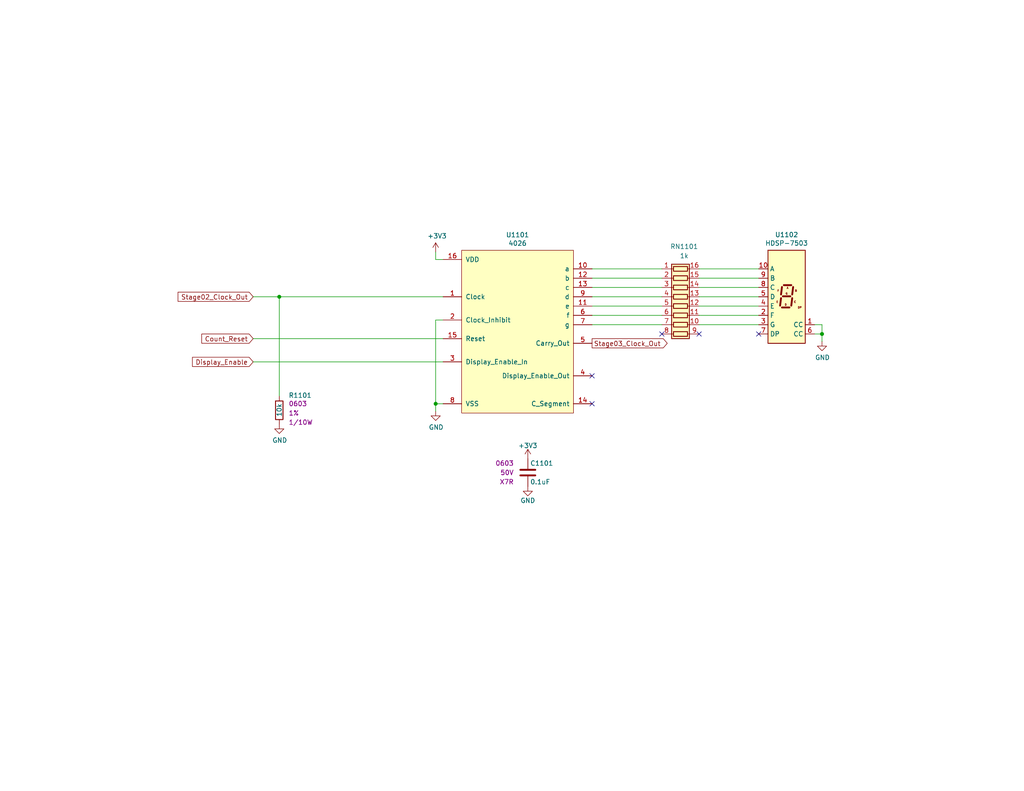
<source format=kicad_sch>
(kicad_sch (version 20230121) (generator eeschema)
  (paper "A")
  (title_block (title "Stopwatch") (date "2024-01-02") (rev "A") (company "Drew Maatman"))
  (lib_symbols
    (symbol "Custom_Library:4026" (pin_names (offset 1.016))
      (property "Reference" "U" (at 30.48 -43.18 0))
      (property "Value" "4026" (at 20.32 3.81 0))
      (symbol "4026_0_1"
        (rectangle (start 5.08 2.54) (end 35.56 -41.91) (fill (type background)))
      )
      (symbol "4026_1_1"
        (pin input line (at 0 -10.16 0) (length 5.08) (name "Clock") (number "1"))
        (pin output line (at 40.64 -2.54 180) (length 5.08) (name "a") (number "10"))
        (pin output line (at 40.64 -12.7 180) (length 5.08) (name "e") (number "11"))
        (pin output line (at 40.64 -5.08 180) (length 5.08) (name "b") (number "12"))
        (pin output line (at 40.64 -7.62 180) (length 5.08) (name "c") (number "13"))
        (pin output line (at 40.64 -39.37 180) (length 5.08) (name "C_Segment") (number "14"))
        (pin input line (at 0 -21.59 0) (length 5.08) (name "Reset") (number "15"))
        (pin power_in line (at 0 0 0) (length 5.08) (name "VDD") (number "16"))
        (pin input line (at 0 -16.51 0) (length 5.08) (name "Clock_Inhibit") (number "2"))
        (pin input line (at 0 -27.94 0) (length 5.08) (name "Display_Enable_In") (number "3"))
        (pin output line (at 40.64 -31.75 180) (length 5.08) (name "Display_Enable_Out") (number "4"))
        (pin output line (at 40.64 -22.86 180) (length 5.08) (name "Carry_Out") (number "5"))
        (pin output line (at 40.64 -15.24 180) (length 5.08) (name "f") (number "6"))
        (pin output line (at 40.64 -17.78 180) (length 5.08) (name "g") (number "7"))
        (pin power_in line (at 0 -39.37 0) (length 5.08) (name "VSS") (number "8"))
        (pin output line (at 40.64 -10.16 180) (length 5.08) (name "d") (number "9"))
      )
    )
    (symbol "Custom_Library:C_Custom" (pin_numbers hide) (pin_names (offset 0.254))
      (property "Reference" "C" (at 0.635 2.54 0))
      (property "Value" "C_Custom" (at 0.635 -2.54 0))
      (property "display_footprint" "Foot" (at -3.81 2.54 0))
      (property "Voltage" "V" (at -3.81 0 0))
      (property "Dielectric" "Er" (at -3.81 -2.54 0))
      (symbol "C_Custom_0_1"
        (polyline (pts (xy -2.032 -0.762) (xy 2.032 -0.762)) (stroke (width 0.508)))
        (polyline (pts (xy -2.032 0.762) (xy 2.032 0.762)) (stroke (width 0.508)))
      )
      (symbol "C_Custom_1_1"
        (pin passive line (at 0 3.81 270) (length 2.794) (name "~") (number "1"))
        (pin passive line (at 0 -3.81 90) (length 2.794) (name "~") (number "2"))
      )
    )
    (symbol "Custom_Library:R_Custom" (pin_numbers hide) (pin_names (offset 1.016) hide)
      (property "Reference" "R" (at -2.54 0 90))
      (property "Value" "R_Custom" (at 0 0 90))
      (property "display_footprint" "Foot" (at 2.54 0 90))
      (property "Tolerance" "Tol" (at 5.08 0 90))
      (property "Wattage" "W" (at 7.62 0 90))
      (symbol "R_Custom_0_1"
        (rectangle (start 1.016 2.54) (end -1.016 -2.54) (stroke (width 0.254)))
      )
      (symbol "R_Custom_1_1"
        (pin passive line (at 0 3.81 270) (length 1.27) (name "1") (number "1"))
        (pin passive line (at 0 -3.81 90) (length 1.27) (name "2") (number "2"))
      )
    )
    (symbol "Device:R_Pack08" (pin_names (offset 0) hide)
      (property "Reference" "RN" (at -12.7 0 90))
      (property "Value" "R_Pack08" (at 10.16 0 90))
      (symbol "R_Pack08_0_1"
        (rectangle (start -11.43 -2.413) (end 8.89 2.413) (stroke (width 0.254)) (fill (type background)))
        (rectangle (start -10.795 1.905) (end -9.525 -1.905) (stroke (width 0.254)))
        (rectangle (start -8.255 1.905) (end -6.985 -1.905) (stroke (width 0.254)))
        (rectangle (start -5.715 1.905) (end -4.445 -1.905) (stroke (width 0.254)))
        (rectangle (start -3.175 1.905) (end -1.905 -1.905) (stroke (width 0.254)))
        (rectangle (start -0.635 1.905) (end 0.635 -1.905) (stroke (width 0.254)))
        (polyline (pts (xy -10.16 -2.54) (xy -10.16 -1.905)))
        (polyline (pts (xy -10.16 1.905) (xy -10.16 2.54)))
        (polyline (pts (xy -7.62 -2.54) (xy -7.62 -1.905)))
        (polyline (pts (xy -7.62 1.905) (xy -7.62 2.54)))
        (polyline (pts (xy -5.08 -2.54) (xy -5.08 -1.905)))
        (polyline (pts (xy -5.08 1.905) (xy -5.08 2.54)))
        (polyline (pts (xy -2.54 -2.54) (xy -2.54 -1.905)))
        (polyline (pts (xy -2.54 1.905) (xy -2.54 2.54)))
        (polyline (pts (xy 0 -2.54) (xy 0 -1.905)))
        (polyline (pts (xy 0 1.905) (xy 0 2.54)))
        (polyline (pts (xy 2.54 -2.54) (xy 2.54 -1.905)))
        (polyline (pts (xy 2.54 1.905) (xy 2.54 2.54)))
        (polyline (pts (xy 5.08 -2.54) (xy 5.08 -1.905)))
        (polyline (pts (xy 5.08 1.905) (xy 5.08 2.54)))
        (polyline (pts (xy 7.62 -2.54) (xy 7.62 -1.905)))
        (polyline (pts (xy 7.62 1.905) (xy 7.62 2.54)))
        (rectangle (start 1.905 1.905) (end 3.175 -1.905) (stroke (width 0.254)))
        (rectangle (start 4.445 1.905) (end 5.715 -1.905) (stroke (width 0.254)))
        (rectangle (start 6.985 1.905) (end 8.255 -1.905) (stroke (width 0.254)))
      )
      (symbol "R_Pack08_1_1"
        (pin passive line (at -10.16 -5.08 90) (length 2.54) (name "R1.1") (number "1"))
        (pin passive line (at 5.08 5.08 270) (length 2.54) (name "R7.2") (number "10"))
        (pin passive line (at 2.54 5.08 270) (length 2.54) (name "R6.2") (number "11"))
        (pin passive line (at 0 5.08 270) (length 2.54) (name "R5.2") (number "12"))
        (pin passive line (at -2.54 5.08 270) (length 2.54) (name "R4.2") (number "13"))
        (pin passive line (at -5.08 5.08 270) (length 2.54) (name "R3.2") (number "14"))
        (pin passive line (at -7.62 5.08 270) (length 2.54) (name "R2.2") (number "15"))
        (pin passive line (at -10.16 5.08 270) (length 2.54) (name "R1.2") (number "16"))
        (pin passive line (at -7.62 -5.08 90) (length 2.54) (name "R2.1") (number "2"))
        (pin passive line (at -5.08 -5.08 90) (length 2.54) (name "R3.1") (number "3"))
        (pin passive line (at -2.54 -5.08 90) (length 2.54) (name "R4.1") (number "4"))
        (pin passive line (at 0 -5.08 90) (length 2.54) (name "R5.1") (number "5"))
        (pin passive line (at 2.54 -5.08 90) (length 2.54) (name "R6.1") (number "6"))
        (pin passive line (at 5.08 -5.08 90) (length 2.54) (name "R7.1") (number "7"))
        (pin passive line (at 7.62 -5.08 90) (length 2.54) (name "R8.1") (number "8"))
        (pin passive line (at 7.62 5.08 270) (length 2.54) (name "R8.2") (number "9"))
      )
    )
    (symbol "Display_Character:HDSP-7503"
      (property "Reference" "U" (at -3.81 13.97 0))
      (property "Value" "HDSP-7503" (at 6.35 13.97 0))
      (symbol "HDSP-7503_1_0"
        (text "A" (at 0.254 2.413 0) (effects (font (size 0.508 0.508))))
        (text "B" (at 2.54 1.651 0) (effects (font (size 0.508 0.508))))
        (text "C" (at 2.286 -1.397 0) (effects (font (size 0.508 0.508))))
        (text "D" (at -0.254 -2.159 0) (effects (font (size 0.508 0.508))))
        (text "DP" (at 3.556 -2.921 0) (effects (font (size 0.508 0.508))))
        (text "E" (at -2.54 -1.397 0) (effects (font (size 0.508 0.508))))
        (text "F" (at -2.286 1.651 0) (effects (font (size 0.508 0.508))))
        (text "G" (at 0 0.889 0) (effects (font (size 0.508 0.508))))
      )
      (symbol "HDSP-7503_1_1"
        (rectangle (start -5.08 12.7) (end 5.08 -12.7) (stroke (width 0.254)) (fill (type background)))
        (polyline (pts (xy -1.524 -0.381) (xy -1.778 -2.413)) (stroke (width 0.508)))
        (polyline (pts (xy -1.27 -2.921) (xy 0.762 -2.921)) (stroke (width 0.508)))
        (polyline (pts (xy -1.27 2.667) (xy -1.524 0.635)) (stroke (width 0.508)))
        (polyline (pts (xy -1.016 0.127) (xy 1.016 0.127)) (stroke (width 0.508)))
        (polyline (pts (xy -0.762 3.175) (xy 1.27 3.175)) (stroke (width 0.508)))
        (polyline (pts (xy 1.524 -0.381) (xy 1.27 -2.413)) (stroke (width 0.508)))
        (polyline (pts (xy 1.778 2.667) (xy 1.524 0.635)) (stroke (width 0.508)))
        (polyline (pts (xy 2.54 -2.921) (xy 2.54 -2.921)) (stroke (width 0.508)))
        (pin input line (at 7.62 -7.62 180) (length 2.54) (name "CC") (number "1"))
        (pin input line (at -7.62 7.62 0) (length 2.54) (name "A") (number "10"))
        (pin input line (at -7.62 -5.08 0) (length 2.54) (name "F") (number "2"))
        (pin input line (at -7.62 -7.62 0) (length 2.54) (name "G") (number "3"))
        (pin input line (at -7.62 -2.54 0) (length 2.54) (name "E") (number "4"))
        (pin input line (at -7.62 0 0) (length 2.54) (name "D") (number "5"))
        (pin input line (at 7.62 -10.16 180) (length 2.54) (name "CC") (number "6"))
        (pin input line (at -7.62 -10.16 0) (length 2.54) (name "DP") (number "7"))
        (pin input line (at -7.62 2.54 0) (length 2.54) (name "C") (number "8"))
        (pin input line (at -7.62 5.08 0) (length 2.54) (name "B") (number "9"))
      )
    )
    (symbol "Incrementor-rescue:+3.3V-power" (power) (pin_names (offset 0))
      (property "Value" "+3.3V-power" (at 0 3.556 0))
      (symbol "+3.3V-power_0_1"
        (polyline (pts (xy -0.762 1.27) (xy 0 2.54)))
        (polyline (pts (xy 0 0) (xy 0 2.54)))
        (polyline (pts (xy 0 2.54) (xy 0.762 1.27)))
      )
      (symbol "+3.3V-power_1_1"
        (pin power_in line (at 0 0 90) (length 0) hide (name "+3V3") (number "1"))
      )
    )
    (symbol "power:GND" (power) (pin_names (offset 0))
      (property "Value" "GND" (at 0 -3.81 0))
      (symbol "GND_0_1"
        (polyline (pts (xy 0 0) (xy 0 -1.27) (xy 1.27 -1.27) (xy 0 -2.54) (xy -1.27 -1.27) (xy 0 -1.27)))
      )
      (symbol "GND_1_1"
        (pin power_in line (at 0 0 270) (length 0) hide (name "GND") (number "1"))
      )
    )
  )
  (junction (at 76.2 81.026))
  (junction (at 118.872 110.236))
  (junction (at 224.282 91.186))
  (no_connect (at 207.01 91.186))
  (no_connect (at 180.594 91.186))
  (no_connect (at 161.544 110.236))
  (no_connect (at 190.754 91.186))
  (no_connect (at 161.544 102.616))
  (wire (pts (xy 161.544 81.026) (xy 180.594 81.026)))
  (wire (pts (xy 222.25 91.186) (xy 224.282 91.186)))
  (wire (pts (xy 69.088 92.456) (xy 120.904 92.456)))
  (wire (pts (xy 224.282 93.218) (xy 224.282 91.186)))
  (wire (pts (xy 118.872 87.376) (xy 118.872 110.236)))
  (wire (pts (xy 161.544 75.946) (xy 180.594 75.946)))
  (wire (pts (xy 190.754 86.106) (xy 207.01 86.106)))
  (wire (pts (xy 69.088 98.806) (xy 120.904 98.806)))
  (wire (pts (xy 69.088 81.026) (xy 76.2 81.026)))
  (wire (pts (xy 190.754 73.406) (xy 207.01 73.406)))
  (wire (pts (xy 190.754 83.566) (xy 207.01 83.566)))
  (wire (pts (xy 190.754 78.486) (xy 207.01 78.486)))
  (wire (pts (xy 120.904 81.026) (xy 76.2 81.026)))
  (wire (pts (xy 224.282 91.186) (xy 224.282 88.646)))
  (wire (pts (xy 161.544 83.566) (xy 180.594 83.566)))
  (wire (pts (xy 190.754 75.946) (xy 207.01 75.946)))
  (wire (pts (xy 161.544 73.406) (xy 180.594 73.406)))
  (wire (pts (xy 161.544 86.106) (xy 180.594 86.106)))
  (wire (pts (xy 118.872 70.866) (xy 120.904 70.866)))
  (wire (pts (xy 224.282 88.646) (xy 222.25 88.646)))
  (wire (pts (xy 118.872 112.268) (xy 118.872 110.236)))
  (wire (pts (xy 118.872 110.236) (xy 120.904 110.236)))
  (wire (pts (xy 118.872 68.834) (xy 118.872 70.866)))
  (wire (pts (xy 76.2 81.026) (xy 76.2 108.204)))
  (wire (pts (xy 190.754 88.646) (xy 207.01 88.646)))
  (wire (pts (xy 161.544 78.486) (xy 180.594 78.486)))
  (wire (pts (xy 120.904 87.376) (xy 118.872 87.376)))
  (wire (pts (xy 161.544 88.646) (xy 180.594 88.646)))
  (wire (pts (xy 190.754 81.026) (xy 207.01 81.026)))
  (global_label "Stage03_Clock_Out" (shape output) (at 161.544 93.726 0) (property "Intersheetrefs" "${INTERSHEET_REFS}" (effects hide)))
  (global_label "Display_Enable" (shape input) (at 69.088 98.806 180) (property "Intersheetrefs" "${INTERSHEET_REFS}" (effects hide)))
  (global_label "Count_Reset" (shape input) (at 69.088 92.456 180) (property "Intersheetrefs" "${INTERSHEET_REFS}" (effects hide)))
  (global_label "Stage02_Clock_Out" (shape input) (at 69.088 81.026 180) (property "Intersheetrefs" "${INTERSHEET_REFS}" (effects hide)))
  (symbol (lib_id "Custom_Library:4026") (at 120.904 70.866 0) (unit 1)
    (property "Reference" "U1101" (at 141.224 64.135 0))
    (property "Value" "4026" (at 141.224 66.4464 0))
    (property "Footprint" "Housings_SSOP:TSSOP-16_4.4x5mm_Pitch0.65mm" (effects hide))
    (property "Digi-Key PN" "296-32878-5-ND" (effects hide))
    (instances (project "Stopwatch" (path "" (reference "U1101") (unit 1)) (path "" (reference "U?") (unit 1))))
  )
  (symbol (lib_id "Incrementor-rescue:+3.3V-power") (at 118.872 68.834 0) (unit 1)
    (property "Reference" "#PWR01104" (effects hide))
    (property "Value" "+3.3V" (at 119.253 64.4398 0))
    (instances (project "Stopwatch" (path "" (reference "#PWR01104") (unit 1)) (path "" (reference "#PWR?") (unit 1))))
  )
  (symbol (lib_id "power:GND") (at 118.872 112.268 0) (unit 1)
    (property "Reference" "#PWR01105" (effects hide))
    (property "Value" "GND" (at 118.999 116.6622 0))
    (instances (project "Stopwatch" (path "" (reference "#PWR01105") (unit 1)) (path "" (reference "#PWR?") (unit 1))))
  )
  (symbol (lib_id "Device:R_Pack08") (at 185.674 83.566 270) (unit 1)
    (property "Reference" "RN1101" (at 186.69 67.31 90))
    (property "Value" "1k" (at 186.69 69.85 90))
    (property "Footprint" "Resistor_SMD:R_Cat16-8" (effects hide))
    (property "Digi-Key PN" "CAT16-102J8LFCT-ND" (effects hide))
    (instances (project "Stopwatch" (path "" (reference "RN1101") (unit 1)) (path "" (reference "RN?") (unit 1))))
  )
  (symbol (lib_id "Display_Character:HDSP-7503") (at 214.63 81.026 0) (unit 1)
    (property "Reference" "U1102" (at 214.63 64.0842 0))
    (property "Value" "HDSP-7503" (at 214.63 66.3956 0))
    (property "Footprint" "Display_7Segment:HDSP-A151" (effects hide))
    (property "Datasheet" "https://docs.broadcom.com/docs/AV02-2553EN" (effects hide))
    (property "Digi-Key PN" "516-1203-5-ND" (effects hide))
    (instances (project "Stopwatch" (path "" (reference "U1102") (unit 1)) (path "" (reference "U?") (unit 1))))
  )
  (symbol (lib_id "power:GND") (at 224.282 93.218 0) (unit 1)
    (property "Reference" "#PWR01108" (effects hide))
    (property "Value" "GND" (at 224.409 97.6122 0))
    (instances (project "Stopwatch" (path "" (reference "#PWR01108") (unit 1)) (path "" (reference "#PWR?") (unit 1))))
  )
  (symbol (lib_id "Custom_Library:R_Custom") (at 76.2 112.014 0) (unit 1)
    (property "Reference" "R1101" (at 78.74 107.95 0) (effects (justify left)))
    (property "Value" "10k" (at 76.2 113.792 90) (effects (justify left)))
    (property "Footprint" "Resistors_SMD:R_0603" (effects hide))
    (property "display_footprint" "0603" (at 78.74 110.236 0) (effects (justify left)))
    (property "Tolerance" "1%" (at 78.74 112.776 0) (effects (justify left)))
    (property "Wattage" "1/10W" (at 78.74 115.316 0) (effects (justify left)))
    (property "Digi-Key PN" "RMCF0603FT10K0CT-ND" (effects hide))
    (instances (project "Stopwatch" (path "" (reference "R1101") (unit 1)) (path "" (reference "R?") (unit 1))))
  )
  (symbol (lib_id "power:GND") (at 76.2 115.824 0) (unit 1)
    (property "Reference" "#PWR01101" (effects hide))
    (property "Value" "GND" (at 76.327 120.2182 0))
    (instances (project "Stopwatch" (path "" (reference "#PWR01101") (unit 1)) (path "" (reference "#PWR?") (unit 1))))
  )
  (symbol (lib_id "Custom_Library:C_Custom") (at 144.018 129.032 0) (unit 1)
    (property "Reference" "C1101" (at 144.653 126.492 0) (effects (justify left)))
    (property "Value" "0.1uF" (at 144.653 131.572 0) (effects (justify left)))
    (property "Footprint" "Capacitors_SMD:C_0603" (effects hide))
    (property "display_footprint" "0603" (at 140.208 126.492 0) (effects (justify right)))
    (property "Voltage" "50V" (at 140.208 129.032 0) (effects (justify right)))
    (property "Dielectric" "X7R" (at 140.208 131.572 0) (effects (justify right)))
    (property "Digi-Key PN" "311-1344-1-ND" (effects hide))
    (instances (project "Stopwatch" (path "" (reference "C1101") (unit 1)) (path "" (reference "C?") (unit 1))))
  )
  (symbol (lib_id "power:GND") (at 144.018 132.842 0) (unit 1)
    (property "Reference" "#PWR01107" (effects hide))
    (property "Value" "GND" (at 144.018 136.652 0))
    (instances (project "Stopwatch" (path "" (reference "#PWR01107") (unit 1)) (path "" (reference "#PWR?") (unit 1))))
  )
  (symbol (lib_id "Incrementor-rescue:+3.3V-power") (at 144.018 125.222 0) (unit 1)
    (property "Reference" "#PWR01106" (effects hide))
    (property "Value" "+3.3V" (at 144.018 121.666 0))
    (instances (project "Stopwatch" (path "" (reference "#PWR01106") (unit 1)) (path "" (reference "#PWR?") (unit 1))))
  )
)
</source>
